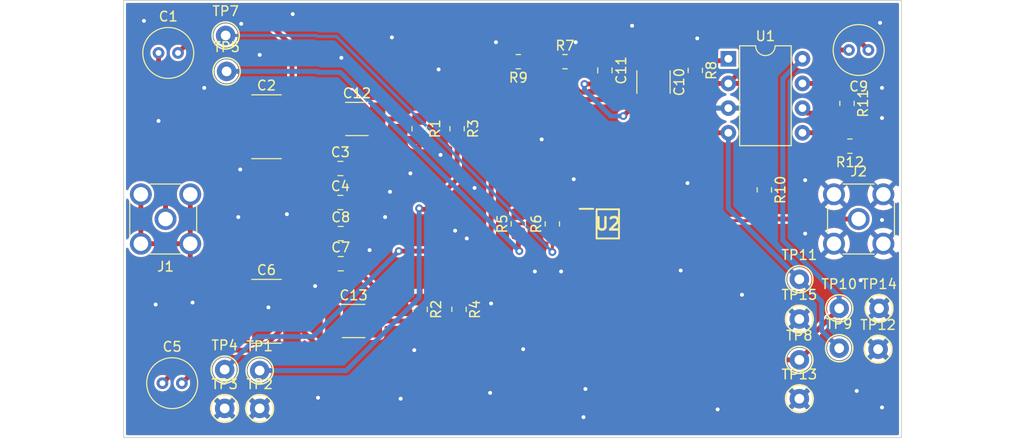
<source format=kicad_pcb>
(kicad_pcb (version 20211014) (generator pcbnew)
  (layers (0 "F.Cu" signal) (31 "B.Cu" signal) (34 "B.Paste" user) (35 "F.Paste" user) (36 "B.SilkS" user "B.Silkscreen") (37 "F.SilkS" user "F.Silkscreen") (38 "B.Mask" user) (39 "F.Mask" user) (44 "Edge.Cuts" user))
  (net 0 "")
  (net 1 "/input")
  (net 2 "Net-(C1-Pad2)")
  (net 3 "Net-(C13-Pad2)")
  (net 4 "Net-(C13-Pad1)")
  (net 5 "Net-(C10-Pad1)")
  (net 6 "Net-(C10-Pad2)")
  (net 7 "Net-(J2-Pad1)")
  (net 8 "GND")
  (net 9 "Net-(R3-Pad2)")
  (net 10 "Net-(R4-Pad1)")
  (net 11 "Net-(R5-Pad1)")
  (net 12 "Net-(R5-Pad2)")
  (net 13 "Net-(R7-Pad1)")
  (net 14 "+9V")
  (net 15 "-9V")
  (net 16 "Net-(R6-Pad1)")
  (net 17 "Net-(R11-Pad2)")
  (net 18 "Net-(R11-Pad1)")
  (net 19 "Net-(R12-Pad2)")
  (footprint "Capacitor_SMD:C_2225_5664Metric_Pad1.80x6.60mm_HandSolder" (layer "F.Cu") (at 114.7 82)
    (fp_text reference "C6" (at 0 -4.25) (layer "F.SilkS"))
    (fp_text value "C")
    (fp_line (start -1.522369 3.285) (end 1.522369 3.285) (layer "F.SilkS") (width 0.12))
    (fp_line (start -1.522369 -3.285) (end 1.522369 -3.285) (layer "F.SilkS") (width 0.12))
    (pad "1" smd roundrect (at -2.625 0) (size 1.8 6.6) (layers "F.Cu" "F.Paste" "F.Mask") (roundrect_rratio 0.138889) (net 4 "Net-(C13-Pad1)"))
    (pad "2" smd roundrect (at 2.625 0) (size 1.8 6.6) (layers "F.Cu" "F.Paste" "F.Mask") (roundrect_rratio 0.138889) (net 3 "Net-(C13-Pad2)"))
  )
  (footprint "Resistor_SMD:R_0805_2012Metric_Pad1.20x1.40mm_HandSolder" (layer "F.Cu") (at 144.1 73 90)
    (fp_text reference "R6" (at 0 -1.65 90) (layer "F.SilkS"))
    (fp_text value "R")
    (fp_line (start -0.227064 -0.735) (end 0.227064 -0.735) (layer "F.SilkS") (width 0.12))
    (fp_line (start -0.227064 0.735) (end 0.227064 0.735) (layer "F.SilkS") (width 0.12))
    (pad "1" smd roundrect (at -1 0 90) (size 1.2 1.4) (layers "F.Cu" "F.Paste" "F.Mask") (roundrect_rratio 0.208333) (net 16 "Net-(R6-Pad1)"))
    (pad "2" smd roundrect (at 1 0 90) (size 1.2 1.4) (layers "F.Cu" "F.Paste" "F.Mask") (roundrect_rratio 0.208333) (net 12 "Net-(R5-Pad2)"))
  )
  (footprint "TestPoint:TestPoint_Keystone_5000-5004_Miniature" (layer "F.Cu") (at 114 92)
    (fp_text reference "TP2" (at 0 -2.5) (layer "F.SilkS"))
    (fp_text value "cutoff_signal-")
    (fp_circle (center 0 0) (end 1.4 0) (layer "F.SilkS") (width 0.15) (fill none))
    (pad "1" thru_hole circle (at 0 0) (size 2 2) (drill 1) (layers *.Cu *.Mask) (net 8 "GND"))
  )
  (footprint "Capacitor_SMD:C_2225_5664Metric_Pad1.80x6.60mm_HandSolder" (layer "F.Cu") (at 114.7 63)
    (fp_text reference "C2" (at 0 -4.25) (layer "F.SilkS"))
    (fp_text value "C")
    (fp_line (start -1.522369 -3.285) (end 1.522369 -3.285) (layer "F.SilkS") (width 0.12))
    (fp_line (start -1.522369 3.285) (end 1.522369 3.285) (layer "F.SilkS") (width 0.12))
    (pad "1" smd roundrect (at -2.625 0) (size 1.8 6.6) (layers "F.Cu" "F.Paste" "F.Mask") (roundrect_rratio 0.138889) (net 1 "/input"))
    (pad "2" smd roundrect (at 2.625 0) (size 1.8 6.6) (layers "F.Cu" "F.Paste" "F.Mask") (roundrect_rratio 0.138889) (net 2 "Net-(C1-Pad2)"))
  )
  (footprint "TestPoint:TestPoint_Keystone_5000-5004_Miniature" (layer "F.Cu") (at 114 88.1)
    (fp_text reference "TP1" (at 0 -2.5) (layer "F.SilkS"))
    (fp_text value "cutoff_signal+")
    (fp_circle (center 0 0) (end 1.4 0) (layer "F.SilkS") (width 0.15) (fill none))
    (pad "1" thru_hole circle (at 0 0) (size 2 2) (drill 1) (layers *.Cu *.Mask) (net 9 "Net-(R3-Pad2)"))
  )
  (footprint "Package_DIP:DIP-8_W7.62mm" (layer "F.Cu") (at 162.2 56)
    (fp_text reference "U1" (at 3.81 -2.33) (layer "F.SilkS"))
    (fp_text value "NJM2114")
    (fp_line (start 1.16 8.95) (end 6.46 8.95) (layer "F.SilkS") (width 0.12))
    (fp_line (start 2.81 -1.33) (end 1.16 -1.33) (layer "F.SilkS") (width 0.12))
    (fp_line (start 1.16 -1.33) (end 1.16 8.95) (layer "F.SilkS") (width 0.12))
    (fp_line (start 6.46 -1.33) (end 4.81 -1.33) (layer "F.SilkS") (width 0.12))
    (fp_line (start 6.46 8.95) (end 6.46 -1.33) (layer "F.SilkS") (width 0.12))
    (fp_arc (start 4.81 -1.33) (mid 3.81 -0.33) (end 2.81 -1.33) (layer "F.SilkS") (width 0.12))
    (pad "1" thru_hole rect (at 0 0) (size 1.6 1.6) (drill 0.8) (layers *.Cu *.Mask) (net 13 "Net-(R7-Pad1)"))
    (pad "2" thru_hole oval (at 0 2.54) (size 1.6 1.6) (drill 0.8) (layers *.Cu *.Mask) (net 6 "Net-(C10-Pad2)"))
    (pad "3" thru_hole oval (at 0 5.08) (size 1.6 1.6) (drill 0.8) (layers *.Cu *.Mask) (net 8 "GND"))
    (pad "4" thru_hole oval (at 0 7.62) (size 1.6 1.6) (drill 0.8) (layers *.Cu *.Mask) (net 15 "-9V"))
    (pad "5" thru_hole oval (at 7.62 7.62) (size 1.6 1.6) (drill 0.8) (layers *.Cu *.Mask) (net 19 "Net-(R12-Pad2)"))
    (pad "6" thru_hole oval (at 7.62 5.08) (size 1.6 1.6) (drill 0.8) (layers *.Cu *.Mask) (net 17 "Net-(R11-Pad2)"))
    (pad "7" thru_hole oval (at 7.62 2.54) (size 1.6 1.6) (drill 0.8) (layers *.Cu *.Mask) (net 18 "Net-(R11-Pad1)"))
    (pad "8" thru_hole oval (at 7.62 0) (size 1.6 1.6) (drill 0.8) (layers *.Cu *.Mask) (net 14 "+9V"))
  )
  (footprint "TestPoint:TestPoint_Keystone_5000-5004_Miniature" (layer "F.Cu") (at 110.6 57.3)
    (fp_text reference "TP5" (at 0 -2.5) (layer "F.SilkS"))
    (fp_text value "gain-")
    (fp_circle (center 0 0) (end 1.4 0) (layer "F.SilkS") (width 0.15) (fill none))
    (pad "1" thru_hole circle (at 0 0) (size 2 2) (drill 1) (layers *.Cu *.Mask) (net 11 "Net-(R5-Pad1)"))
  )
  (footprint "Capacitor_SMD:C_0805_2012Metric_Pad1.18x1.45mm_HandSolder" (layer "F.Cu") (at 122.3 67.3)
    (fp_text reference "C3" (at 0 -1.68) (layer "F.SilkS"))
    (fp_text value "C")
    (fp_line (start -0.261252 -0.735) (end 0.261252 -0.735) (layer "F.SilkS") (width 0.12))
    (fp_line (start -0.261252 0.735) (end 0.261252 0.735) (layer "F.SilkS") (width 0.12))
    (pad "1" smd roundrect (at -1.0375 0) (size 1.175 1.45) (layers "F.Cu" "F.Paste" "F.Mask") (roundrect_rratio 0.212766) (net 1 "/input"))
    (pad "2" smd roundrect (at 1.0375 0) (size 1.175 1.45) (layers "F.Cu" "F.Paste" "F.Mask") (roundrect_rratio 0.212766) (net 2 "Net-(C1-Pad2)"))
  )
  (footprint "Resistor_SMD:R_0805_2012Metric_Pad1.20x1.40mm_HandSolder" (layer "F.Cu") (at 130.4 63.2 -90)
    (fp_text reference "R1" (at 0 -1.65 90) (layer "F.SilkS"))
    (fp_text value "R")
    (fp_line (start -0.227064 -0.735) (end 0.227064 -0.735) (layer "F.SilkS") (width 0.12))
    (fp_line (start -0.227064 0.735) (end 0.227064 0.735) (layer "F.SilkS") (width 0.12))
    (pad "1" smd roundrect (at -1 0 270) (size 1.2 1.4) (layers "F.Cu" "F.Paste" "F.Mask") (roundrect_rratio 0.208333) (net 2 "Net-(C1-Pad2)"))
    (pad "2" smd roundrect (at 1 0 270) (size 1.2 1.4) (layers "F.Cu" "F.Paste" "F.Mask") (roundrect_rratio 0.208333) (net 8 "GND"))
  )
  (footprint "Capacitor_SMD:C_1812_4532Metric_Pad1.57x3.40mm_HandSolder" (layer "F.Cu") (at 124 62.2)
    (fp_text reference "C12" (at 0 -2.65) (layer "F.SilkS"))
    (fp_text value "C")
    (fp_line (start -1.161252 1.71) (end 1.161252 1.71) (layer "F.SilkS") (width 0.12))
    (fp_line (start -1.161252 -1.71) (end 1.161252 -1.71) (layer "F.SilkS") (width 0.12))
    (pad "1" smd roundrect (at -2.1375 0) (size 1.575 3.4) (layers "F.Cu" "F.Paste" "F.Mask") (roundrect_rratio 0.15873) (net 1 "/input"))
    (pad "2" smd roundrect (at 2.1375 0) (size 1.575 3.4) (layers "F.Cu" "F.Paste" "F.Mask") (roundrect_rratio 0.15873) (net 2 "Net-(C1-Pad2)"))
  )
  (footprint "Capacitor_SMD:C_1812_4532Metric_Pad1.57x3.40mm_HandSolder" (layer "F.Cu") (at 154.5 58.4 -90)
    (fp_text reference "C10" (at 0 -2.65 90) (layer "F.SilkS"))
    (fp_text value "C")
    (fp_line (start -1.161252 -1.71) (end 1.161252 -1.71) (layer "F.SilkS") (width 0.12))
    (fp_line (start -1.161252 1.71) (end 1.161252 1.71) (layer "F.SilkS") (width 0.12))
    (pad "1" smd roundrect (at -2.1375 0 270) (size 1.575 3.4) (layers "F.Cu" "F.Paste" "F.Mask") (roundrect_rratio 0.15873) (net 5 "Net-(C10-Pad1)"))
    (pad "2" smd roundrect (at 2.1375 0 270) (size 1.575 3.4) (layers "F.Cu" "F.Paste" "F.Mask") (roundrect_rratio 0.15873) (net 6 "Net-(C10-Pad2)"))
  )
  (footprint "TestPoint:TestPoint_Keystone_5000-5004_Miniature" (layer "F.Cu") (at 177.7 81.7)
    (fp_text reference "TP14" (at 0 -2.5) (layer "F.SilkS"))
    (fp_text value "TP")
    (fp_circle (center 0 0) (end 1.4 0) (layer "F.SilkS") (width 0.15) (fill none))
    (pad "1" thru_hole circle (at 0 0) (size 2 2) (drill 1) (layers *.Cu *.Mask) (net 8 "GND"))
  )
  (footprint "Resistor_SMD:R_0805_2012Metric_Pad1.20x1.40mm_HandSolder" (layer "F.Cu") (at 134.5 81.8 -90)
    (fp_text reference "R4" (at 0 -1.65 90) (layer "F.SilkS"))
    (fp_text value "R")
    (fp_line (start -0.227064 -0.735) (end 0.227064 -0.735) (layer "F.SilkS") (width 0.12))
    (fp_line (start -0.227064 0.735) (end 0.227064 0.735) (layer "F.SilkS") (width 0.12))
    (pad "1" smd roundrect (at -1 0 270) (size 1.2 1.4) (layers "F.Cu" "F.Paste" "F.Mask") (roundrect_rratio 0.208333) (net 10 "Net-(R4-Pad1)"))
    (pad "2" smd roundrect (at 1 0 270) (size 1.2 1.4) (layers "F.Cu" "F.Paste" "F.Mask") (roundrect_rratio 0.208333) (net 3 "Net-(C13-Pad2)"))
  )
  (footprint "Resistor_SMD:R_0805_2012Metric_Pad1.20x1.40mm_HandSolder" (layer "F.Cu") (at 158.8 57.2 -90)
    (fp_text reference "R8" (at 0 -1.65 90) (layer "F.SilkS"))
    (fp_text value "R")
    (fp_line (start -0.227064 0.735) (end 0.227064 0.735) (layer "F.SilkS") (width 0.12))
    (fp_line (start -0.227064 -0.735) (end 0.227064 -0.735) (layer "F.SilkS") (width 0.12))
    (pad "1" smd roundrect (at -1 0 270) (size 1.2 1.4) (layers "F.Cu" "F.Paste" "F.Mask") (roundrect_rratio 0.208333) (net 13 "Net-(R7-Pad1)"))
    (pad "2" smd roundrect (at 1 0 270) (size 1.2 1.4) (layers "F.Cu" "F.Paste" "F.Mask") (roundrect_rratio 0.208333) (net 6 "Net-(C10-Pad2)"))
  )
  (footprint "Resistor_SMD:R_0805_2012Metric_Pad1.20x1.40mm_HandSolder" (layer "F.Cu") (at 140.6 56.3 180)
    (fp_text reference "R9" (at 0 -1.65) (layer "F.SilkS"))
    (fp_text value "R")
    (fp_line (start -0.227064 0.735) (end 0.227064 0.735) (layer "F.SilkS") (width 0.12))
    (fp_line (start -0.227064 -0.735) (end 0.227064 -0.735) (layer "F.SilkS") (width 0.12))
    (pad "1" smd roundrect (at -1 0 180) (size 1.2 1.4) (layers "F.Cu" "F.Paste" "F.Mask") (roundrect_rratio 0.208333) (net 13 "Net-(R7-Pad1)"))
    (pad "2" smd roundrect (at 1 0 180) (size 1.2 1.4) (layers "F.Cu" "F.Paste" "F.Mask") (roundrect_rratio 0.208333) (net 2 "Net-(C1-Pad2)"))
  )
  (footprint "TestPoint:TestPoint_Keystone_5000-5004_Miniature" (layer "F.Cu") (at 110.4 92)
    (fp_text reference "TP3" (at 0 -2.5) (layer "F.SilkS"))
    (fp_text value "cutoff_reference-")
    (fp_circle (center 0 0) (end 1.4 0) (layer "F.SilkS") (width 0.15) (fill none))
    (pad "1" thru_hole circle (at 0 0) (size 2 2) (drill 1) (layers *.Cu *.Mask) (net 8 "GND"))
  )
  (footprint "Capacitor_THT:C_Radial_D5.0mm_H5.0mm_P2.00mm" (layer "F.Cu") (at 103.6 55.4)
    (fp_text reference "C1" (at 1 -3.75) (layer "F.SilkS"))
    (fp_text value "C")
    (fp_circle (center 1 0) (end 3.62 0) (layer "F.SilkS") (width 0.12) (fill none))
    (pad "1" thru_hole circle (at 0 0) (size 1.2 1.2) (drill 0.6) (layers *.Cu *.Mask) (net 1 "/input"))
    (pad "2" thru_hole circle (at 2 0) (size 1.2 1.2) (drill 0.6) (layers *.Cu *.Mask) (net 2 "Net-(C1-Pad2)"))
  )
  (footprint "TestPoint:TestPoint_Keystone_5000-5004_Miniature" (layer "F.Cu") (at 173.6 85.8)
    (fp_text reference "TP9" (at 0 -2.5) (layer "F.SilkS"))
    (fp_text value "TP")
    (fp_circle (center 0 0) (end 1.4 0) (layer "F.SilkS") (width 0.15) (fill none))
    (pad "1" thru_hole circle (at 0 0) (size 2 2) (drill 1) (layers *.Cu *.Mask) (net 15 "-9V"))
  )
  (footprint "Capacitor_THT:C_Radial_D5.0mm_H5.0mm_P2.00mm" (layer "F.Cu") (at 176.6 55.1 180)
    (fp_text reference "C9" (at 1 -3.75) (layer "F.SilkS"))
    (fp_text value "C")
    (fp_circle (center 1 0) (end 3.62 0) (layer "F.SilkS") (width 0.12) (fill none))
    (pad "1" thru_hole circle (at 0 0 180) (size 1.2 1.2) (drill 0.6) (layers *.Cu *.Mask) (net 5 "Net-(C10-Pad1)"))
    (pad "2" thru_hole circle (at 2 0 180) (size 1.2 1.2) (drill 0.6) (layers *.Cu *.Mask) (net 6 "Net-(C10-Pad2)"))
  )
  (footprint "Capacitor_THT:C_Radial_D5.0mm_H5.0mm_P2.00mm" (layer "F.Cu") (at 104 89.4)
    (fp_text reference "C5" (at 1 -3.75) (layer "F.SilkS"))
    (fp_text value "C")
    (fp_circle (center 1 0) (end 3.62 0) (layer "F.SilkS") (width 0.12) (fill none))
    (pad "1" thru_hole circle (at 0 0) (size 1.2 1.2) (drill 0.6) (layers *.Cu *.Mask) (net 4 "Net-(C13-Pad1)"))
    (pad "2" thru_hole circle (at 2 0) (size 1.2 1.2) (drill 0.6) (layers *.Cu *.Mask) (net 3 "Net-(C13-Pad2)"))
  )
  (footprint "Connector_Coaxial:SMA_Molex_73251-2200_Horizontal" (layer "F.Cu") (at 104.32 72.5 90)
    (fp_text reference "J1" (at -4.9 0) (layer "F.SilkS"))
    (fp_text value "Conn_Coaxial")
    (fp_line (start -1.3 3.2) (end 1.3 3.2) (layer "F.SilkS") (width 0.12))
    (fp_line (start 3.6 -1.6) (end 3.6 1.6) (layer "F.SilkS") (width 0.12))
    (fp_line (start -3.6 -1.6) (end -3.6 1.6) (layer "F.SilkS") (width 0.12))
    (fp_line (start -1.8 -3.68) (end 1.8 -3.68) (layer "F.SilkS") (width 0.12))
    (pad "1" thru_hole circle (at 0 0 90) (size 2.25 2.25) (drill 1.5) (layers *.Cu *.Mask) (net 1 "/input"))
    (pad "2" thru_hole circle (at 2.54 -2.54 90) (size 2.25 2.25) (drill 1.5) (layers *.Cu *.Mask) (net 4 "Net-(C13-Pad1)"))
    (pad "2" thru_hole circle (at -2.54 -2.54 90) (size 2.25 2.25) (drill 1.5) (layers *.Cu *.Mask) (net 4 "Net-(C13-Pad1)"))
    (pad "2" thru_hole circle (at -2.54 2.54 90) (size 2.25 2.25) (drill 1.5) (layers *.Cu *.Mask) (net 4 "Net-(C13-Pad1)"))
    (pad "2" thru_hole circle (at 2.54 2.54 180) (size 2.25 2.25) (drill 1.5) (layers *.Cu *.Mask) (net 4 "Net-(C13-Pad1)"))
  )
  (footprint "Resistor_SMD:R_0805_2012Metric_Pad1.20x1.40mm_HandSolder" (layer "F.Cu") (at 174.4 60.6 -90)
    (fp_text reference "R11" (at 0 -1.65 90) (layer "F.SilkS"))
    (fp_text value "R")
    (fp_line (start -0.227064 -0.735) (end 0.227064 -0.735) (layer "F.SilkS") (width 0.12))
    (fp_line (start -0.227064 0.735) (end 0.227064 0.735) (layer "F.SilkS") (width 0.12))
    (pad "1" smd roundrect (at -1 0 270) (size 1.2 1.4) (layers "F.Cu" "F.Paste" "F.Mask") (roundrect_rratio 0.208333) (net 18 "Net-(R11-Pad1)"))
    (pad "2" smd roundrect (at 1 0 270) (size 1.2 1.4) (layers "F.Cu" "F.Paste" "F.Mask") (roundrect_rratio 0.208333) (net 17 "Net-(R11-Pad2)"))
  )
  (footprint "Capacitor_SMD:C_1812_4532Metric_Pad1.57x3.40mm_HandSolder" (layer "F.Cu") (at 123.6625 83)
    (fp_text reference "C13" (at 0 -2.65) (layer "F.SilkS"))
    (fp_text value "C")
    (fp_line (start -1.161252 -1.71) (end 1.161252 -1.71) (layer "F.SilkS") (width 0.12))
    (fp_line (start -1.161252 1.71) (end 1.161252 1.71) (layer "F.SilkS") (width 0.12))
    (pad "1" smd roundrect (at -2.1375 0) (size 1.575 3.4) (layers "F.Cu" "F.Paste" "F.Mask") (roundrect_rratio 0.15873) (net 4 "Net-(C13-Pad1)"))
    (pad "2" smd roundrect (at 2.1375 0) (size 1.575 3.4) (layers "F.Cu" "F.Paste" "F.Mask") (roundrect_rratio 0.15873) (net 3 "Net-(C13-Pad2)"))
  )
  (footprint "TestPoint:TestPoint_Keystone_5000-5004_Miniature" (layer "F.Cu") (at 169.5 87)
    (fp_text reference "TP8" (at 0 -2.5) (layer "F.SilkS"))
    (fp_text value "TP")
    (fp_circle (center 0 0) (end 1.4 0) (layer "F.SilkS") (width 0.15) (fill none))
    (pad "1" thru_hole circle (at 0 0) (size 2 2) (drill 1) (layers *.Cu *.Mask) (net 14 "+9V"))
  )
  (footprint "Connector_Coaxial:SMA_Molex_73251-2200_Horizontal" (layer "F.Cu") (at 175.6 72.5 -90)
    (fp_text reference "J2" (at -4.9 0) (layer "F.SilkS"))
    (fp_text value "Conn_Coaxial")
    (fp_line (start 3.6 -1.6) (end 3.6 1.6) (layer "F.SilkS") (width 0.12))
    (fp_line (start -1.8 -3.68) (end 1.8 -3.68) (layer "F.SilkS") (width 0.12))
    (fp_line (start -3.6 -1.6) (end -3.6 1.6) (layer "F.SilkS") (width 0.12))
    (fp_line (start -1.3 3.2) (end 1.3 3.2) (layer "F.SilkS") (width 0.12))
    (pad "1" thru_hole circle (at 0 0 270) (size 2.25 2.25) (drill 1.5) (layers *.Cu *.Mask) (net 7 "Net-(J2-Pad1)"))
    (pad "2" thru_hole circle (at 2.54 2.54) (size 2.25 2.25) (drill 1.5) (layers *.Cu *.Mask) (net 8 "GND"))
    (pad "2" thru_hole circle (at -2.54 -2.54 270) (size 2.25 2.25) (drill 1.5) (layers *.Cu *.Mask) (net 8 "GND"))
    (pad "2" thru_hole circle (at -2.54 2.54 270) (size 2.25 2.25) (drill 1.5) (layers *.Cu *.Mask) (net 8 "GND"))
    (pad "2" thru_hole circle (at 2.54 -2.54 270) (size 2.25 2.25) (drill 1.5) (layers *.Cu *.Mask) (net 8 "GND"))
  )
  (footprint "INA849:SOP65P490X110-8N" (layer "F.Cu") (at 149.8 73)
    (fp_text reference "U2" (at 0 0) (layer "F.SilkS") (effects (font (size 1.27 1.27) (thickness 0.254))))
    (fp_text value "INA849DGKR" hide)
    (fp_line (start 1.15 1.5) (end -1.15 1.5) (layer "F.SilkS") (width 0.2))
    (fp_line (start 1.15 -1.5) (end 1.15 1.5) (layer "F.SilkS") (width 0.2))
    (fp_line (start -2.9 -1.55) (end -1.5 -1.55) (layer "F.SilkS") (width 0.2))
    (fp_line (start -1.15 1.5) (end -1.15 -1.5) (layer "F.SilkS") (width 0.2))
    (fp_line (start -1.15 -1.5) (end 1.15 -1.5) (layer "F.SilkS") (width 0.2))
    (pad "1" smd rect locked (at -2.2 -0.975 90) (size 0.45 1.4) (layers "F.Cu" "F.Paste" "F.Mask") (net 3 "Net-(C13-Pad2)"))
    (pad "2" smd rect locked (at -2.2 -0.325 90) (size 0.45 1.4) (layers "F.Cu" "F.Paste" "F.Mask") (net 12 "Net-(R5-Pad2)"))
    (pad "3" smd rect locked (at -2.2 0.325 90) (size 0.45 1.4) (layers "F.Cu" "F.Paste" "F.Mask") (net 16 "Net-(R6-Pad1)"))
    (pad "4" smd rect locked (at -2.2 0.975 90) (size 0.45 1.4) (layers "F.Cu" "F.Paste" "F.Mask") (net 2 "Net-(C1-Pad2)"))
    (pad "5" smd rect locked (at 2.2 0.975 90) (size 0.45 1.4) (layers "F.Cu" "F.Paste" "F.Mask") (net 14 "+9V"))
    (pad "6" smd rect locked (at 2.2 0.325 90) (size 0.45 1.4) (layers "F.Cu" "F.Paste" "F.Mask") (net 8 "GND"))
    (pad "7" smd rect locked (at 2.2 -0.325 90) (size 0.45 1.4) (layers "F.Cu" "F.Paste" "F.Mask") (net 7 "Net-(J2-Pad1)"))
    (pad "8" smd rect locked (at 2.2 -0.975 90) (size 0.45 1.4) (layers "F.Cu" "F.Paste" "F.Mask") (net 15 "-9V"))
  )
  (footprint "TestPoint:TestPoint_Keystone_5000-5004_Miniature" (layer "F.Cu") (at 177.6 85.9)
    (fp_text reference "TP12" (at 0 -2.5) (layer "F.SilkS"))
    (fp_text value "TP")
    (fp_circle (center 0 0) (end 1.4 0) (layer "F.SilkS") (width 0.15) (fill none))
    (pad "1" thru_hole circle (at 0 0) (size 2 2) (drill 1) (layers *.Cu *.Mask) (net 8 "GND"))
  )
  (footprint "TestPoint:TestPoint_Keystone_5000-5004_Miniature" (layer "F.Cu") (at 173.6 81.7)
    (fp_text reference "TP10" (at 0 -2.5) (layer "F.SilkS"))
    (fp_text value "TP")
    (fp_circle (center 0 0) (end 1.4 0) (layer "F.SilkS") (width 0.15) (fill none))
    (pad "1" thru_hole circle (at 0 0) (size 2 2) (drill 1) (layers *.Cu *.Mask) (net 14 "+9V"))
  )
  (footprint "Capacitor_SMD:C_0805_2012Metric_Pad1.18x1.45mm_HandSolder" (layer "F.Cu") (at 149.5 57.2 -90)
    (fp_text reference "C11" (at 0 -1.68 90) (layer "F.SilkS"))
    (fp_text value "C")
    (fp_line (start -0.261252 -0.735) (end 0.261252 -0.735) (layer "F.SilkS") (width 0.12))
    (fp_line (start -0.261252 0.735) (end 0.261252 0.735) (layer "F.SilkS") (width 0.12))
    (pad "1" smd roundrect (at -1.0375 0 270) (size 1.175 1.45) (layers "F.Cu" "F.Paste" "F.Mask") (roundrect_rratio 0.212766) (net 5 "Net-(C10-Pad1)"))
    (pad "2" smd roundrect (at 1.0375 0 270) (size 1.175 1.45) (layers "F.Cu" "F.Paste" "F.Mask") (roundrect_rratio 0.212766) (net 6 "Net-(C10-Pad2)"))
  )
  (footprint "Resistor_SMD:R_0805_2012Metric_Pad1.20x1.40mm_HandSolder" (layer "F.Cu") (at 140.6 73 90)
    (fp_text reference "R5" (at 0 -1.65 90) (layer "F.SilkS"))
    (fp_text value "R")
    (fp_line (start -0.227064 0.735) (end 0.227064 0.735) (layer "F.SilkS") (width 0.12))
    (fp_line (start -0.227064 -0.735) (end 0.227064 -0.735) (layer "F.SilkS") (width 0.12))
    (pad "1" smd roundrect (at -1 0 90) (size 1.2 1.4) (layers "F.Cu" "F.Paste" "F.Mask") (roundrect_rratio 0.208333) (net 11 "Net-(R5-Pad1)"))
    (pad "2" smd roundrect (at 1 0 90) (size 1.2 1.4) (layers "F.Cu" "F.Paste" "F.Mask") (roundrect_rratio 0.208333) (net 12 "Net-(R5-Pad2)"))
  )
  (footprint "TestPoint:TestPoint_Keystone_5000-5004_Miniature" (layer "F.Cu") (at 169.5 78.7)
    (fp_text reference "TP11" (at 0 -2.5) (layer "F.SilkS"))
    (fp_text value "TP")
    (fp_circle (center 0 0) (end 1.4 0) (layer "F.SilkS") (width 0.15) (fill none))
    (pad "1" thru_hole circle (at 0 0) (size 2 2) (drill 1) (layers *.Cu *.Mask) (net 15 "-9V"))
  )
  (footprint "TestPoint:TestPoint_Keystone_5000-5004_Miniature" (layer "F.Cu") (at 169.5 82.8)
    (fp_text reference "TP15" (at 0 -2.5) (layer "F.SilkS"))
    (fp_text value "TP")
    (fp_circle (center 0 0) (end 1.4 0) (layer "F.SilkS") (width 0.15) (fill none))
    (pad "1" thru_hole circle (at 0 0) (size 2 2) (drill 1) (layers *.Cu *.Mask) (net 8 "GND"))
  )
  (footprint "TestPoint:TestPoint_Keystone_5000-5004_Miniature" (layer "F.Cu") (at 110.4 88)
    (fp_text reference "TP4" (at 0 -2.5) (layer "F.SilkS"))
    (fp_text value "cutoff_reference+")
    (fp_circle (center 0 0) (end 1.4 0) (layer "F.SilkS") (width 0.15) (fill none))
    (pad "1" thru_hole circle (at 0 0) (size 2 2) (drill 1) (layers *.Cu *.Mask) (net 10 "Net-(R4-Pad1)"))
  )
  (footprint "Resistor_SMD:R_0805_2012Metric_Pad1.20x1.40mm_HandSolder" (layer "F.Cu") (at 145.4 56.3)
    (fp_text reference "R7" (at 0 -1.65) (layer "F.SilkS"))
    (fp_text value "R")
    (fp_line (start -0.227064 0.735) (end 0.227064 0.735) (layer "F.SilkS") (width 0.12))
    (fp_line (start -0.227064 -0.735) (end 0.227064 -0.735) (layer "F.SilkS") (width 0.12))
    (pad "1" smd roundrect (at -1 0) (size 1.2 1.4) (layers "F.Cu" "F.Paste" "F.Mask") (roundrect_rratio 0.208333) (net 13 "Net-(R7-Pad1)"))
    (pad "2" smd roundrect (at 1 0) (size 1.2 1.4) (layers "F.Cu" "F.Paste" "F.Mask") (roundrect_rratio 0.208333) (net 5 "Net-(C10-Pad1)"))
  )
  (footprint "Resistor_SMD:R_0805_2012Metric_Pad1.20x1.40mm_HandSolder" (layer "F.Cu") (at 134.3 63.2 -90)
    (fp_text reference "R3" (at 0 -1.65 90) (layer "F.SilkS"))
    (fp_text value "R")
    (fp_line (start -0.227064 0.735) (end 0.227064 0.735) (layer "F.SilkS") (width 0.12))
    (fp_line (start -0.227064 -0.735) (end 0.227064 -0.735) (layer "F.SilkS") (width 0.12))
    (pad "1" smd roundrect (at -1 0 270) (size 1.2 1.4) (layers "F.Cu" "F.Paste" "F.Mask") (roundrect_rratio 0.208333) (net 2 "Net-(C1-Pad2)"))
    (pad "2" smd roundrect (at 1 0 270) (size 1.2 1.4) (layers "F.Cu" "F.Paste" "F.Mask") (roundrect_rratio 0.208333) (net 9 "Net-(R3-Pad2)"))
  )
  (footprint "Resistor_SMD:R_0805_2012Metric_Pad1.20x1.40mm_HandSolder" (layer "F.Cu") (at 130.5 81.8 -90)
    (fp_text reference "R2" (at 0 -1.65 90) (layer "F.SilkS"))
    (fp_text value "R")
    (fp_line (start -0.227064 0.735) (end 0.227064 0.735) (layer "F.SilkS") (width 0.12))
    (fp_line (start -0.227064 -0.735) (end 0.227064 -0.735) (layer "F.SilkS") (width 0.12))
    (pad "1" smd roundrect (at -1 0 270) (size 1.2 1.4) (layers "F.Cu" "F.Paste" "F.Mask") (roundrect_rratio 0.208333) (net 8 "GND"))
    (pad "2" smd roundrect (at 1 0 270) (size 1.2 1.4) (layers "F.Cu" "F.Paste" "F.Mask") (roundrect_rratio 0.208333) (net 3 "Net-(C13-Pad2)"))
  )
  (footprint "Capacitor_SMD:C_0805_2012Metric_Pad1.18x1.45mm_HandSolder" (layer "F.Cu") (at 122.3 70.8)
    (fp_text reference "C4" (at 0 -1.68) (layer "F.SilkS"))
    (fp_text value "C")
    (fp_line (start -0.261252 0.735) (end 0.261252 0.735) (layer "F.SilkS") (width 0.12))
    (fp_line (start -0.261252 -0.735) (end 0.261252 -0.735) (layer "F.SilkS") (width 0.12))
    (pad "1" smd roundrect (at -1.0375 0) (size 1.175 1.45) (layers "F.Cu" "F.Paste" "F.Mask") (roundrect_rratio 0.212766) (net 1 "/input"))
    (pad "2" smd roundrect (at 1.0375 0) (size 1.175 1.45) (layers "F.Cu" "F.Paste" "F.Mask") (roundrect_rratio 0.212766) (net 2 "Net-(C1-Pad2)"))
  )
  (footprint "Resistor_SMD:R_0805_2012Metric_Pad1.20x1.40mm_HandSolder" (layer "F.Cu") (at 174.7 65 180)
    (fp_text reference "R12" (at 0 -1.65) (layer "F.SilkS"))
    (fp_text value "R")
    (fp_line (start -0.227064 -0.735) (end 0.227064 -0.735) (layer "F.SilkS") (width 0.12))
    (fp_line (start -0.227064 0.735) (end 0.227064 0.735) (layer "F.SilkS") (width 0.12))
    (pad "1" smd roundrect (at -1 0 180) (size 1.2 1.4) (layers "F.Cu" "F.Paste" "F.Mask") (roundrect_rratio 0.208333) (net 8 "GND"))
    (pad "2" smd roundrect (at 1 0 180) (size 1.2 1.4) (layers "F.Cu" "F.Paste" "F.Mask") (roundrect_rratio 0.208333) (net 19 "Net-(R12-Pad2)"))
  )
  (footprint "Resistor_SMD:R_0805_2012Metric_Pad1.20x1.40mm_HandSolder" (layer "F.Cu") (at 165.9 69.5 -90)
    (fp_text reference "R10" (at 0 -1.65 90) (layer "F.SilkS"))
    (fp_text value "R")
    (fp_line (start -0.227064 -0.735) (end 0.227064 -0.735) (layer "F.SilkS") (width 0.12))
    (fp_line (start -0.227064 0.735) (end 0.227064 0.735) (layer "F.SilkS") (width 0.12))
    (pad "1" smd roundrect (at -1 0 270) (size 1.2 1.4) (layers "F.Cu" "F.Paste" "F.Mask") (roundrect_rratio 0.208333) (net 6 "Net-(C10-Pad2)"))
    (pad "2" smd roundrect (at 1 0 270) (size 1.2 1.4) (layers "F.Cu" "F.Paste" "F.Mask") (roundrect_rratio 0.208333) (net 7 "Net-(J2-Pad1)"))
  )
  (footprint "Capacitor_SMD:C_0805_2012Metric_Pad1.18x1.45mm_HandSolder" (layer "F.Cu") (at 122.3375 74)
    (fp_text reference "C8" (at 0 -1.68) (layer "F.SilkS"))
    (fp_text value "C")
    (fp_line (start -0.261252 -0.735) (end 0.261252 -0.735) (layer "F.SilkS") (width 0.12))
    (fp_line (start -0.261252 0.735) (end 0.261252 0.735) (layer "F.SilkS") (width 0.12))
    (pad "1" smd roundrect (at -1.0375 0) (size 1.175 1.45) (layers "F.Cu" "F.Paste" "F.Mask") (roundrect_rratio 0.212766) (net 4 "Net-(C13-Pad1)"))
    (pad "2" smd roundrect (at 1.0375 0) (size 1.175 1.45) (layers "F.Cu" "F.Paste" "F.Mask") (roundrect_rratio 0.212766) (net 3 "Net-(C13-Pad2)"))
  )
  (footprint "TestPoint:TestPoint_Keystone_5000-5004_Miniature" (layer "F.Cu") (at 169.5 91)
    (fp_text reference "TP13" (at 0 -2.5) (layer "F.SilkS"))
    (fp_text value "TP")
    (fp_circle (center 0 0) (end 1.4 0) (layer "F.SilkS") (width 0.15) (fill none))
    (pad "1" thru_hole circle (at 0 0) (size 2 2) (drill 1) (layers *.Cu *.Mask) (net 8 "GND"))
  )
  (footprint "Capacitor_SMD:C_0805_2012Metric_Pad1.18x1.45mm_HandSolder" (layer "F.Cu") (at 122.3375 77.1)
    (fp_text reference "C7" (at 0 -1.68) (layer "F.SilkS"))
    (fp_text value "C")
    (fp_line (start -0.261252 -0.735) (end 0.261252 -0.735) (layer "F.SilkS") (width 0.12))
    (fp_line (start -0.261252 0.735) (end 0.261252 0.735) (layer "F.SilkS") (width 0.12))
    (pad "1" smd roundrect (at -1.0375 0) (size 1.175 1.45) (layers "F.Cu" "F.Paste" "F.Mask") (roundrect_rratio 0.212766) (net 4 "Net-(C13-Pad1)"))
    (pad "2" smd roundrect (at 1.0375 0) (size 1.175 1.45) (layers "F.Cu" "F.Paste" "F.Mask") (roundrect_rratio 0.212766) (net 3 "Net-(C13-Pad2)"))
  )
  (footprint "TestPoint:TestPoint_Keystone_5000-5004_Miniature" (layer "F.Cu") (at 110.5 53.6)
    (fp_text reference "TP7" (at 0 -2.5) (layer "F.SilkS"))
    (fp_text value "gain+")
    (fp_circle (center 0 0) (end 1.4 0) (layer "F.SilkS") (width 0.15) (fill none))
    (pad "1" thru_hole circle (at 0 0) (size 2 2) (drill 1) (layers *.Cu *.Mask) (net 16 "Net-(R6-Pad1)"))
  )
  (gr_rect (start 100 50) (end 180 95) (layer "Edge.Cuts") (width 0.1) (fill none))
  (segment (start 120.9625 67.6) (end 121.2625 67.3) (width 0.5) (layer "F.Cu") (net 1))
  (segment (start 104.32 68.38) (end 109.7 63) (width 0.5) (layer "F.Cu") (net 1))
  (segment (start 104.32 72.5) (end 104.32 68.38) (width 0.5) (layer "F.Cu") (net 1))
  (segment (start 121.2625 67.3) (end 121.2625 62.8) (width 0.5) (layer "F.Cu") (net 1))
  (segment (start 112.075 63) (end 112.075 63.975) (width 0.5) (layer "F.Cu") (net 1))
  (segment (start 115.7 67.6) (end 120.9625 67.6) (width 0.5) (layer "F.Cu") (net 1))
  (segment (start 103.6 55.4) (end 103.6 56.9) (width 0.5) (layer "F.Cu") (net 1))
  (segment (start 109.7 63) (end 112.075 63) (width 0.5) (layer "F.Cu") (net 1))
  (segment (start 103.6 56.9) (end 109.7 63) (width 0.5) (layer "F.Cu") (net 1))
  (segment (start 121.2625 70.8) (end 121.2625 67.3) (width 0.5) (layer "F.Cu") (net 1))
  (segment (start 112.075 63.975) (end 115.7 67.6) (width 0.5) (layer "F.Cu") (net 1))
  (segment (start 121.2625 62.8) (end 121.8625 62.2) (width 0.5) (layer "F.Cu") (net 1))
  (segment (start 139.6 58.4) (end 135.8 62.2) (width 0.5) (layer "F.Cu") (net 2))
  (segment (start 117.325 63) (end 117.325 62.975) (width 0.5) (layer "F.Cu") (net 2))
  (segment (start 137.8 78.5) (end 139.8 80.5) (width 0.5) (layer "F.Cu") (net 2))
  (segment (start 147.6 73.975) (end 147.6 74.5) (width 0.3) (layer "F.Cu") (net 2))
  (segment (start 134.3 62.2) (end 130.4 62.2) (width 0.5) (layer "F.Cu") (net 2))
  (segment (start 109.8 51.2) (end 105.6 55.4) (width 0.5) (layer "F.Cu") (net 2))
  (segment (start 120.8 59.5) (end 123.4375 59.5) (width 0.5) (layer "F.Cu") (net 2))
  (segment (start 139.8 80.5) (end 145.8 80.5) (width 0.5) (layer "F.Cu") (net 2))
  (segment (start 135.8 62.2) (end 137.8 64.2) (width 0.5) (layer "F.Cu") (net 2))
  (segment (start 126.1375 64.5) (end 123.3375 67.3) (width 0.5) (layer "F.Cu") (net 2))
  (segment (start 123.4375 59.5) (end 126.1375 62.2) (width 0.5) (layer "F.Cu") (net 2))
  (segment (start 147.6 74.5) (end 147.9 74.8) (width 0.3) (layer "F.Cu") (net 2))
  (segment (start 147.9 78.4) (end 147.9 74.8) (width 0.5) (layer "F.Cu") (net 2))
  (segment (start 113.8 51.2) (end 109.8 51.2) (width 0.5) (layer "F.Cu") (net 2))
  (segment (start 139.6 56.3) (end 139.6 58.4) (width 0.5) (layer "F.Cu") (net 2))
  (segment (start 137.8 64.2) (end 137.8 78.5) (width 0.5) (layer "F.Cu") (net 2))
  (segment (start 117.325 62.975) (end 120.8 59.5) (width 0.5) (layer "F.Cu") (net 2))
  (segment (start 117.325 63) (end 117.325 54.725) (width 0.5) (layer "F.Cu") (net 2))
  (segment (start 134.3 62.2) (end 135.8 62.2) (width 0.5) (layer "F.Cu") (net 2))
  (segment (start 126.1375 62.2) (end 126.1375 61.3375) (width 0.5) (layer "F.Cu") (net 2))
  (segment (start 145.8 80.5) (end 147.9 78.4) (width 0.5) (layer "F.Cu") (net 2))
  (segment (start 117.325 54.725) (end 113.8 51.2) (width 0.5) (layer "F.Cu") (net 2))
  (segment (start 123.3375 70.8) (end 123.3375 67.3) (width 0.5) (layer "F.Cu") (net 2))
  (segment (start 126.1375 62.2) (end 126.1375 64.5) (width 0.5) (layer "F.Cu") (net 2))
  (segment (start 126.1375 62.2) (end 130.4 62.2) (width 0.5) (layer "F.Cu") (net 2))
  (segment (start 125.8 84.1) (end 125.8 83) (width 0.5) (layer "F.Cu") (net 3))
  (segment (start 125.8 79.525) (end 123.375 77.1) (width 0.5) (layer "F.Cu") (net 3))
  (segment (start 117.325 83.075) (end 117.325 82) (width 0.5) (layer "F.Cu") (net 3))
  (segment (start 148.749511 72.000489) (end 147.6 72.000489) (width 0.5) (layer "F.Cu") (net 3))
  (segment (start 125.8 83) (end 125.8 79.525) (width 0.5) (layer "F.Cu") (net 3))
  (segment (start 117.325 82) (end 117.325 82.925) (width 0.5) (layer "F.Cu") (net 3))
  (segment (start 134.5 82.8) (end 146.2 82.8) (width 0.5) (layer "F.Cu") (net 3))
  (segment (start 125.8 83) (end 130.3 83) (width 0.5) (layer "F.Cu") (net 3))
  (segment (start 130.5 82.8) (end 134.5 82.8) (width 0.5) (layer "F.Cu") (net 3))
  (segment (start 146.2 82.8) (end 149.4 79.6) (width 0.5) (layer "F.Cu") (net 3))
  (segment (start 149.4 79.6) (end 149.4 72.650978) (width 0.5) (layer "F.Cu") (net 3))
  (segment (start 120.2 85.8) (end 123 85.8) (width 0.5) (layer "F.Cu") (net 3))
  (segment (start 130.3 83) (end 130.5 82.8) (width 0.5) (layer "F.Cu") (net 3))
  (segment (start 109.4 86) (end 106 89.4) (width 0.5) (layer "F.Cu") (net 3))
  (segment (start 117.325 82.925) (end 120.2 85.8) (width 0.5) (layer "F.Cu") (net 3))
  (segment (start 148.749511 72.000489) (end 149.4 72.650978) (width 0.5) (layer "F.Cu") (net 3))
  (segment (start 117.325 82) (end 117.325 82.775) (width 0.5) (layer "F.Cu") (net 3))
  (segment (start 123 85.8) (end 125.8 83) (width 0.5) (layer "F.Cu") (net 3))
  (segment (start 114.1 86) (end 109.4 86) (width 0.5) (layer "F.Cu") (net 3))
  (segment (start 123.375 77.1) (end 123.375 74) (width 0.5) (layer "F.Cu") (net 3))
  (segment (start 117.325 82.775) (end 114.1 86) (width 0.5) (layer "F.Cu") (net 3))
  (segment (start 106.86 75.04) (end 106.86 76.785) (width 0.5) (layer "F.Cu") (net 4))
  (segment (start 121.3 77.1) (end 120.46 76.26) (width 0.5) (layer "F.Cu") (net 4))
  (segment (start 112.075 79.605) (end 112.075 82) (width 0.5) (layer "F.Cu") (net 4))
  (segment (start 120.46 76.26) (end 120.46 74.84) (width 0.5) (layer "F.Cu") (net 4))
  (segment (start 116.84 74.84) (end 112.075 79.605) (width 0.5) (layer "F.Cu") (net 4))
  (segment (start 111.4 82) (end 104 89.4) (width 0.5) (layer "F.Cu") (net 4))
  (segment (start 116.84 74.84) (end 120.46 74.84) (width 0.5) (layer "F.Cu") (net 4))
  (segment (start 106.86 76.785) (end 112.075 82) (width 0.5) (layer "F.Cu") (net 4))
  (segment (start 112.075 82) (end 111.4 82) (width 0.5) (layer "F.Cu") (net 4))
  (segment (start 121.3 77.1) (end 121.3 82.775) (width 0.5) (layer "F.Cu") (net 4))
  (segment (start 121.3 82.775) (end 121.525 83) (width 0.5) (layer "F.Cu") (net 4))
  (segment (start 106.86 69.96) (end 106.86 75.04) (width 0.5) (layer "F.Cu") (net 4))
  (segment (start 120.46 74.84) (end 121.3 74) (width 0.5) (layer "F.Cu") (net 4))
  (segment (start 101.78 69.96) (end 101.78 75.04) (width 0.5) (layer "F.Cu") (net 4))
  (segment (start 106.86 75.04) (end 101.78 75.04) (width 0.5) (layer "F.Cu") (net 4))
  (segment (start 157.5625 52.6) (end 153.8 56.3625) (width 0.5) (layer "F.Cu") (net 5))
  (segment (start 153.6 56.1625) (end 149.5 56.1625) (width 0.5) (layer "F.Cu") (net 5))
  (segment (start 174.1 52.6) (end 157.5625 52.6) (width 0.5) (layer "F.Cu") (net 5))
  (segment (start 149.3625 56.3) (end 149.5 56.1625) (width 0.5) (layer "F.Cu") (net 5))
  (segment (start 146.4 56.3) (end 149.3625 56.3) (width 0.5) (layer "F.Cu") (net 5))
  (segment (start 153.8 56.3625) (end 153.6 56.1625) (width 0.5) (layer "F.Cu") (net 5))
  (segment (start 176.6 55.1) (end 174.1 52.6) (width 0.5) (layer "F.Cu") (net 5))
  (segment (start 162.2 58.54) (end 159.14 58.54) (width 0.5) (layer "F.Cu") (net 6))
  (segment (start 165.9 61.1) (end 165.9 68.5) (width 0.5) (layer "F.Cu") (net 6))
  (segment (start 156.4625 60.5375) (end 154.5 60.5375) (width 0.5) (layer "F.Cu") (net 6))
  (segment (start 162.2 58.54) (end 163.34 58.54) (width 0.5) (layer "F.Cu") (net 6))
  (segment (start 159.14 58.54) (end 158.8 58.2) (width 0.5) (layer "F.Cu") (net 6))
  (segment (start 172.8 54.5) (end 173.4 55.1) (width 0.5) (layer "F.Cu") (net 6))
  (segment (start 163.34 58.54) (end 165.9 61.1) (width 0.5) (layer "F.Cu") (net 6))
  (segment (start 172.8 54.5) (end 166.24 54.5) (width 0.5) (layer "F.Cu") (net 6))
  (segment (start 152.7625 60.5375) (end 151.4 61.9) (width 0.5) (layer "F.Cu") (net 6))
  (segment (start 147.4 58.6) (end 149.1375 58.6) (width 0.5) (layer "F.Cu") (net 6))
  (segment (start 154.5 60.5375) (end 152.7625 60.5375) (width 0.5) (layer "F.Cu") (net 6))
  (segment (start 166.24 54.5) (end 162.2 58.54) (width 0.5) (layer "F.Cu") (net 6))
  (segment (start 158.8 58.2) (end 156.4625 60.5375) (width 0.5) (layer "F.Cu") (net 6))
  (segment (start 173.4 55.1) (end 174.6 55.1) (width 0.5) (layer "F.Cu") (net 6))
  (segment (start 149.1375 58.6) (end 149.5 58.2375) (width 0.5) (layer "F.Cu") (net 6))
  (via (at 147.4 58.6) (size 0.8) (drill 0.4) (layers "F.Cu" "B.Cu") (net 6))
  (via (at 151.4 61.9) (size 0.8) (drill 0.4) (layers "F.Cu" "B.Cu") (net 6))
  (segment (start 147.4 59.2) (end 147.4 58.6) (width 0.5) (layer "B.Cu") (net 6))
  (segment (start 150.1 61.9) (end 147.4 59.2) (width 0.5) (layer "B.Cu") (net 6))
  (segment (start 151.4 61.9) (end 150.1 61.9) (width 0.5) (layer "B.Cu") (net 6))
  (segment (start 152 72.675) (end 165.625 72.675) (width 0.3) (layer "F.Cu") (net 7))
  (segment (start 175.6 72.5) (end 165.8 72.5) (width 0.5) (layer "F.Cu") (net 7))
  (segment (start 165.9 70.5) (end 165.9 72.4) (width 0.5) (layer "F.Cu") (net 7))
  (segment (start 165.9 72.4) (end 165.8 72.5) (width 0.5) (layer "F.Cu") (net 7))
  (segment (start 165.625 72.675) (end 165.8 72.5) (width 0.3) (layer "F.Cu") (net 7))
  (via (at 107.1 81.1) (size 0.8) (drill 0.4) (layers "F.Cu" "B.Cu") (net 8))
  (via (at 125.3 75.7) (size 0.8) (drill 0.4) (layers "F.Cu" "B.Cu") (net 8))
  (via (at 158 68.8) (size 0.8) (drill 0.4) (layers "F.Cu" "B.Cu") (net 8))
  (via (at 141.1 85.9) (size 0.8) (drill 0.4) (layers "F.Cu" "B.Cu") (net 8))
  (via (at 132.6 65.9) (size 0.8) (drill 0.4) (layers "F.Cu" "B.Cu") (net 8))
  (via (at 112 67.4) (size 0.8) (drill 0.4) (layers "F.Cu" "B.Cu") (net 8))
  (via (at 112.1 52.4) (size 0.8) (drill 0.4) (layers "F.Cu" "B.Cu") (net 8))
  (via (at 135.3 74.5) (size 0.8) (drill 0.4) (layers "F.Cu" "B.Cu") (net 8))
  (via (at 114 55.6) (size 0.8) (drill 0.4) (layers "F.Cu" "B.Cu") (net 8))
  (via (at 137.8 81.2) (size 0.8) (drill 0.4) (layers "F.Cu" "B.Cu") (net 8))
  (via (at 103.6 62.4) (size 0.8) (drill 0.4) (layers "F.Cu" "B.Cu") (net 8))
  (via (at 170.1 68.5) (size 0.8) (drill 0.4) (layers "F.Cu" "B.Cu") (net 8))
  (via (at 157.3 77.8) (size 0.8) (drill 0.4) (layers "F.Cu" "B.Cu") (net 8))
  (via (at 178 72.6) (size 0.8) (drill 0.4) (layers "F.Cu" "B.Cu") (net 8))
  (via (at 175.4 90.2) (size 0.8) (drill 0.4) (layers "F.Cu" "B.Cu") (net 8))
  (via (at 146.3 68.4) (size 0.8) (drill 0.4) (layers "F.Cu" "B.Cu") (net 8))
  (via (at 178 59) (size 0.8) (drill 0.4) (layers "F.Cu" "B.Cu") (net 8))
  (via (at 127.6 53.8) (size 0.8) (drill 0.4) (layers "F.Cu" "B.Cu") (net 8))
  (via (at 178 62.1) (size 0.8) (drill 0.4) (layers "F.Cu" "B.Cu") (net 8))
  (via (at 170.1 74) (size 0.8) (drill 0.4) (layers "F.Cu" "B.Cu") (net 8))
  (via (at 134.1 73.7) (size 0.8) (drill 0.4) (layers "F.Cu" "B.Cu") (net 8))
  (via (at 146.5 54.3) (size 0.8) (drill 0.4) (layers "F.Cu" "B.Cu") (net 8))
  (via (at 111.8 72.3) (size 0.8) (drill 0.4) (layers "F.Cu" "B.Cu") (net 8))
  (via (at 108.3 59) (size 0.8) (drill 0.4) (layers "F.Cu" "B.Cu") (net 8))
  (via (at 147.5 90) (size 0.8) (drill 0.4) (layers "F.Cu" "B.Cu") (net 8))
  (via (at 152.3 52.6) (size 0.8) (drill 0.4) (layers "F.Cu" "B.Cu") (net 8))
  (via (at 127.4 69.7) (size 0.8) (drill 0.4) (layers "F.Cu" "B.Cu") (net 8))
  (via (at 136.1 69.3) (size 0.8) (drill 0.4) (layers "F.Cu" "B.Cu") (net 8))
  (via (at 177.8 52.3) (size 0.8) (drill 0.4) (layers "F.Cu" "B.Cu") (net 8))
  (via (at 178 91.9) (size 0.8) (drill 0.4) (layers "F.Cu" "B.Cu") (net 8))
  (via (at 138.3 54.3) (size 0.8) (drill 0.4) (layers "F.Cu" "B.Cu") (net 8))
  (via (at 159 53.9) (size 0.8) (drill 0.4) (layers "F.Cu" "B.Cu") (net 8))
  (via (at 126.9 72.3) (size 0.8) (drill 0.4) (layers "F.Cu" "B.Cu") (net 8))
  (via (at 122.4 55.9) (size 0.8) (drill 0.4) (layers "F.Cu" "B.Cu") (net 8))
  (via (at 117.4 51.4) (size 0.8) (drill 0.4) (layers "F.Cu" "B.Cu") (net 8))
  (via (at 114.9 81.6) (size 0.8) (drill 0.4) (layers "F.Cu" "B.Cu") (net 8))
  (via (at 128.5 91) (size 0.8) (drill 0.4) (layers "F.Cu" "B.Cu") (net 8))
  (via (at 137.7 90.4) (size 0.8) (drill 0.4) (layers "F.Cu" "B.Cu") (net 8))
  (via (at 129.5 67.8) (size 0.8) (drill 0.4) (layers "F.Cu" "B.Cu") (net 8))
  (via (at 116.8 72) (size 0.8) (drill 0.4) (layers "F.Cu" "B.Cu") (net 8))
  (via (at 102.1 52.1) (size 0.8) (drill 0.4) (layers "F.Cu" "B.Cu") (net 8))
  (via (at 161.1 92.1) (size 0.8) (drill 0.4) (layers "F.Cu" "B.Cu") (net 8))
  (via (at 175.8 78.8) (size 0.8) (drill 0.4) (layers "F.Cu" "B.Cu") (net 8))
  (via (at 103.3 81.3) (size 0.8) (drill 0.4) (layers "F.Cu" "B.Cu") (net 8))
  (via (at 163.6 80.3) (size 0.8) (drill 0.4) (layers "F.Cu" "B.Cu") (net 8))
  (via (at 147.3 92.9) (size 0.8) (drill 0.4) (layers "F.Cu" "B.Cu") (net 8))
  (via (at 142.3 77.9) (size 0.8) (drill 0.4) (layers "F.Cu" "B.Cu") (net 8))
  (via (at 145 77.9) (size 0.8) (drill 0.4) (layers "F.Cu" "B.Cu") (net 8))
  (via (at 132.4 57.1) (size 0.8) (drill 0.4) (layers "F.Cu" "B.Cu") (net 8))
  (via (at 143 64.3) (size 0.8) (drill 0.4) (layers "F.Cu" "B.Cu") (net 8))
  (via (at 120 90.9) (size 0.8) (drill 0.4) (layers "F.Cu" "B.Cu") (net 8))
  (via (at 129.9 86) (size 0.8) (drill 0.4) (layers "F.Cu" "B.Cu") (net 8))
  (via (at 119.7 79.4) (size 0.8) (drill 0.4) (layers "F.Cu" "B.Cu") (net 8))
  (segment (start 131 71.5) (end 130.5 71.5) (width 0.5) (layer "F.Cu") (net 9))
  (segment (start 134.3 68.4) (end 131.2 71.5) (width 0.5) (layer "F.Cu") (net 9))
  (segment (start 130.5 71.5) (end 130.4 71.4) (width 0.5) (layer "F.Cu") (net 9))
  (segment (start 134.3 64.2) (end 134.3 68.4) (width 0.5) (layer "F.Cu") (net 9))
  (segment (start 131.2 71.5) (end 131 71.5) (width 0.5) (layer "F.Cu") (net 9))
  (via (at 130.4 71.4) (size 0.8) (drill 0.4) (layers "F.Cu" "B.Cu") (net 9))
  (segment (start 130.4 80.6) (end 122.9 88.1) (width 0.5) (layer "B.Cu") (net 9))
  (segment (start 122.9 88.1) (end 114 88.1) (width 0.5) (layer "B.Cu") (net 9))
  (segment (start 130.4 71.4) (end 130.4 80.6) (width 0.5) (layer "B.Cu") (net 9))
  (segment (start 134.5 77.3) (end 133.1 75.9) (width 0.5) (layer "F.Cu") (net 10))
  (segment (start 133 75.8) (end 128.3 75.8) (width 0.5) (layer "F.Cu") (net 10))
  (segment (start 133.1 75.9) (end 133 75.8) (width 0.5) (layer "F.Cu") (net 10))
  (segment (start 134.5 80.8) (end 134.5 77.3) (width 0.5) (layer "F.Cu") (net 10))
  (via (at 128.3 75.8) (size 0.8) (drill 0.4) (layers "F.Cu" "B.Cu") (net 10))
  (segment (start 119.5 84.6) (end 113.8 84.6) (width 0.5) (layer "B.Cu") (net 10))
  (segment (start 128.3 75.8) (end 119.5 84.6) (width 0.5) (layer "B.Cu") (net 10))
  (segment (start 113.8 84.6) (end 110.4 88) (width 0.5) (layer "B.Cu") (net 10))
  (segment (start 140.6 74) (end 140.6 75.7) (width 0.5) (layer "F.Cu") (net 11))
  (segment (start 140.6 75.7) (end 140.7 75.8) (width 0.5) (layer "F.Cu") (net 11))
  (via (at 140.7 75.8) (size 0.8) (drill 0.4) (layers "F.Cu" "B.Cu") (net 11))
  (segment (start 120 57.4) (end 119.9 57.3) (width 0.5) (layer "B.Cu") (net 11))
  (segment (start 140.7 75.8) (end 122.3 57.4) (width 0.5) (layer "B.Cu") (net 11))
  (segment (start 122.3 57.4) (end 120 57.4) (width 0.5) (layer "B.Cu") (net 11))
  (segment (start 119.9 57.3) (end 110.6 57.3) (width 0.5) (layer "B.Cu") (net 11))
  (segment (start 144.1 72) (end 140.6 72) (width 0.3) (layer "F.Cu") (net 12))
  (segment (start 144.775 72.675) (end 144.1 72) (width 0.3) (layer "F.Cu") (net 12))
  (segment (start 147.6 72.675) (end 144.775 72.675) (width 0.3) (layer "F.Cu") (net 12))
  (segment (start 158.8 56.2) (end 158.3 56.2) (width 0.5) (layer "F.Cu") (net 13))
  (segment (start 150.7 60.2) (end 147 60.2) (width 0.5) (layer "F.Cu") (net 13))
  (segment (start 147 60.2) (end 144.4 57.6) (width 0.5) (layer "F.Cu") (net 13))
  (segment (start 141.6 56.3) (end 144.4 56.3) (width 0.5) (layer "F.Cu") (net 13))
  (segment (start 144.4 57.6) (end 144.4 56.3) (width 0.5) (layer "F.Cu") (net 13))
  (segment (start 162 56.2) (end 162.2 56) (width 0.5) (layer "F.Cu") (net 13))
  (segment (start 158.3 56.2) (end 156.1 58.4) (width 0.5) (layer "F.Cu") (net 13))
  (segment (start 152.5 58.4) (end 150.7 60.2) (width 0.5) (layer "F.Cu") (net 13))
  (segment (start 156.1 58.4) (end 152.5 58.4) (width 0.5) (layer "F.Cu") (net 13))
  (segment (start 158.8 56.2) (end 162 56.2) (width 0.5) (layer "F.Cu") (net 13))
  (segment (start 169.5 87) (end 171.1 85.4) (width 0.5) (layer "F.Cu") (net 14))
  (segment (start 173.1 81.7) (end 173.4 81.7) (width 0.5) (layer "F.Cu") (net 14))
  (segment (start 165.000489 87) (end 152 73.999511) (width 0.5) (layer "F.Cu") (net 14))
  (segment (start 169.5 87) (end 165.000489 87) (width 0.5) (layer "F.Cu") (net 14))
  (segment (start 171.1 84.2) (end 173.6 81.7) (width 0.5) (layer "F.Cu") (net 14))
  (segment (start 171.1 85.4) (end 171.1 84.2) (width 0.5) (layer "F.Cu") (net 14))
  (segment (start 173.6 81.7) (end 173.6 80.5) (width 0.5) (layer "B.Cu") (net 14))
  (segment (start 167.8 74.7) (end 167.8 58.02) (width 0.5) (layer "B.Cu") (net 14))
  (segment (start 167.8 58.02) (end 169.82 56) (width 0.5) (layer "B.Cu") (net 14))
  (segment (start 173.6 80.5) (end 167.8 74.7) (width 0.5) (layer "B.Cu") (net 14))
  (segment (start 162.2 63.62) (end 160.380489 63.62) (width 0.5) (layer "F.Cu") (net 15))
  (segment (start 160.380489 63.62) (end 152 72.000489) (width 0.5) (layer "F.Cu") (net 15))
  (segment (start 162.2 71.2) (end 162.2 63.62) (width 0.5) (layer "B.Cu") (net 15))
  (segment (start 162.2 71.4) (end 162.2 71.2) (width 0.5) (layer "B.Cu") (net 15))
  (segment (start 171.8 84) (end 171.8 81) (width 0.5) (layer "B.Cu") (net 15))
  (segment (start 171.8 81) (end 169.5 78.7) (width 0.5) (layer "B.Cu") (net 15))
  (segment (start 173.6 85.8) (end 171.8 84) (width 0.5) (layer "B.Cu") (net 15))
  (segment (start 169.5 78.7) (end 162.2 71.4) (width 0.5) (layer "B.Cu") (net 15))
  (segment (start 147.6 73.325) (end 144.775 73.325) (width 0.3) (layer "F.Cu") (net 16))
  (segment (start 144.1 74) (end 144.1 75.9) (width 0.3) (layer "F.Cu") (net 16))
  (segment (start 144.775 73.325) (end 144.1 74) (width 0.3) (layer "F.Cu") (net 16))
  (via (at 144.1 75.9) (size 0.8) (drill 0.4) (layers "F.Cu" "B.Cu") (net 16))
  (segment (start 119.9 53.7) (end 119.8 53.6) (width 0.3) (layer "B.Cu") (net 16))
  (segment (start 119.8 53.6) (end 110.5 53.6) (width 0.3) (layer "B.Cu") (net 16))
  (segment (start 144.1 75.9) (end 121.9 53.7) (width 0.3) (layer "B.Cu") (net 16))
  (segment (start 121.9 53.7) (end 119.9 53.7) (width 0.3) (layer "B.Cu") (net 16))
  (segment (start 170.34 61.6) (end 169.82 61.08) (width 0.5) (layer "F.Cu") (net 17))
  (segment (start 174.4 61.6) (end 170.34 61.6) (width 0.5) (layer "F.Cu") (net 17))
  (segment (start 173.34 58.54) (end 174.4 59.6) (width 0.5) (layer "F.Cu") (net 18))
  (segment (start 169.82 58.54) (end 173.34 58.54) (width 0.5) (layer "F.Cu") (net 18))
  (segment (start 169.82 63.62) (end 172.32 63.62) (width 0.5) (layer "F.Cu") (net 19))
  (segment (start 172.32 63.62) (end 173.7 65) (width 0.5) (layer "F.Cu") (net 19))
  (zone (net 8) (net_name "GND") (layer "F.Cu") (connect_pads (clearance 0.254)) (min_thickness 0.254) (fill yes (thermal_gap 0.508) (thermal_bridge_width 0.508))
    (polygon (pts (xy 180 95) (xy 100 95) (xy 100 50) (xy 180 50)))
  )
  (zone (net 8) (net_name "GND") (layer "B.Cu") (connect_pads (clearance 0.254)) (min_thickness 0.254) (fill yes (thermal_gap 0.508) (thermal_bridge_width 0.508))
    (polygon (pts (xy 180 95) (xy 100 95) (xy 100 50) (xy 180 50)))
  )
)
</source>
